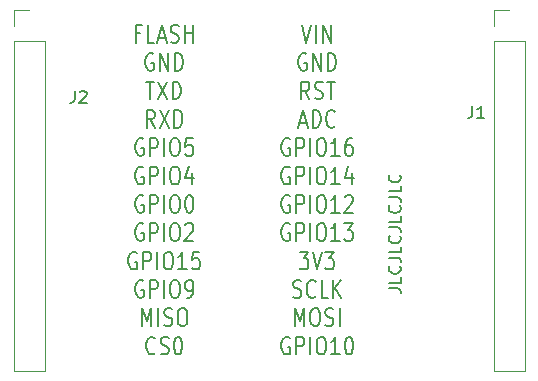
<source format=gto>
%TF.GenerationSoftware,KiCad,Pcbnew,5.1.8*%
%TF.CreationDate,2020-12-08T00:01:30+01:00*%
%TF.ProjectId,ESP8266_base_vreg,45535038-3236-4365-9f62-6173655f7672,rev?*%
%TF.SameCoordinates,Original*%
%TF.FileFunction,Legend,Top*%
%TF.FilePolarity,Positive*%
%FSLAX46Y46*%
G04 Gerber Fmt 4.6, Leading zero omitted, Abs format (unit mm)*
G04 Created by KiCad (PCBNEW 5.1.8) date 2020-12-08 00:01:30*
%MOMM*%
%LPD*%
G01*
G04 APERTURE LIST*
%ADD10C,0.150000*%
%ADD11C,0.120000*%
G04 APERTURE END LIST*
D10*
X148052380Y-90819047D02*
X148766666Y-90819047D01*
X148909523Y-90866666D01*
X149004761Y-90961904D01*
X149052380Y-91104761D01*
X149052380Y-91200000D01*
X149052380Y-89866666D02*
X149052380Y-90342857D01*
X148052380Y-90342857D01*
X148957142Y-88961904D02*
X149004761Y-89009523D01*
X149052380Y-89152380D01*
X149052380Y-89247619D01*
X149004761Y-89390476D01*
X148909523Y-89485714D01*
X148814285Y-89533333D01*
X148623809Y-89580952D01*
X148480952Y-89580952D01*
X148290476Y-89533333D01*
X148195238Y-89485714D01*
X148100000Y-89390476D01*
X148052380Y-89247619D01*
X148052380Y-89152380D01*
X148100000Y-89009523D01*
X148147619Y-88961904D01*
X148052380Y-88247619D02*
X148766666Y-88247619D01*
X148909523Y-88295238D01*
X149004761Y-88390476D01*
X149052380Y-88533333D01*
X149052380Y-88628571D01*
X149052380Y-87295238D02*
X149052380Y-87771428D01*
X148052380Y-87771428D01*
X148957142Y-86390476D02*
X149004761Y-86438095D01*
X149052380Y-86580952D01*
X149052380Y-86676190D01*
X149004761Y-86819047D01*
X148909523Y-86914285D01*
X148814285Y-86961904D01*
X148623809Y-87009523D01*
X148480952Y-87009523D01*
X148290476Y-86961904D01*
X148195238Y-86914285D01*
X148100000Y-86819047D01*
X148052380Y-86676190D01*
X148052380Y-86580952D01*
X148100000Y-86438095D01*
X148147619Y-86390476D01*
X148052380Y-85676190D02*
X148766666Y-85676190D01*
X148909523Y-85723809D01*
X149004761Y-85819047D01*
X149052380Y-85961904D01*
X149052380Y-86057142D01*
X149052380Y-84723809D02*
X149052380Y-85200000D01*
X148052380Y-85200000D01*
X148957142Y-83819047D02*
X149004761Y-83866666D01*
X149052380Y-84009523D01*
X149052380Y-84104761D01*
X149004761Y-84247619D01*
X148909523Y-84342857D01*
X148814285Y-84390476D01*
X148623809Y-84438095D01*
X148480952Y-84438095D01*
X148290476Y-84390476D01*
X148195238Y-84342857D01*
X148100000Y-84247619D01*
X148052380Y-84104761D01*
X148052380Y-84009523D01*
X148100000Y-83866666D01*
X148147619Y-83819047D01*
X148052380Y-83104761D02*
X148766666Y-83104761D01*
X148909523Y-83152380D01*
X149004761Y-83247619D01*
X149052380Y-83390476D01*
X149052380Y-83485714D01*
X149052380Y-82152380D02*
X149052380Y-82628571D01*
X148052380Y-82628571D01*
X148957142Y-81247619D02*
X149004761Y-81295238D01*
X149052380Y-81438095D01*
X149052380Y-81533333D01*
X149004761Y-81676190D01*
X148909523Y-81771428D01*
X148814285Y-81819047D01*
X148623809Y-81866666D01*
X148480952Y-81866666D01*
X148290476Y-81819047D01*
X148195238Y-81771428D01*
X148100000Y-81676190D01*
X148052380Y-81533333D01*
X148052380Y-81438095D01*
X148100000Y-81295238D01*
X148147619Y-81247619D01*
X140671714Y-68528571D02*
X141071714Y-70028571D01*
X141471714Y-68528571D01*
X141871714Y-70028571D02*
X141871714Y-68528571D01*
X142443142Y-70028571D02*
X142443142Y-68528571D01*
X143128857Y-70028571D01*
X143128857Y-68528571D01*
X141071714Y-71000000D02*
X140957428Y-70928571D01*
X140786000Y-70928571D01*
X140614571Y-71000000D01*
X140500285Y-71142857D01*
X140443142Y-71285714D01*
X140386000Y-71571428D01*
X140386000Y-71785714D01*
X140443142Y-72071428D01*
X140500285Y-72214285D01*
X140614571Y-72357142D01*
X140786000Y-72428571D01*
X140900285Y-72428571D01*
X141071714Y-72357142D01*
X141128857Y-72285714D01*
X141128857Y-71785714D01*
X140900285Y-71785714D01*
X141643142Y-72428571D02*
X141643142Y-70928571D01*
X142328857Y-72428571D01*
X142328857Y-70928571D01*
X142900285Y-72428571D02*
X142900285Y-70928571D01*
X143186000Y-70928571D01*
X143357428Y-71000000D01*
X143471714Y-71142857D01*
X143528857Y-71285714D01*
X143586000Y-71571428D01*
X143586000Y-71785714D01*
X143528857Y-72071428D01*
X143471714Y-72214285D01*
X143357428Y-72357142D01*
X143186000Y-72428571D01*
X142900285Y-72428571D01*
X141328857Y-74828571D02*
X140928857Y-74114285D01*
X140643142Y-74828571D02*
X140643142Y-73328571D01*
X141100285Y-73328571D01*
X141214571Y-73400000D01*
X141271714Y-73471428D01*
X141328857Y-73614285D01*
X141328857Y-73828571D01*
X141271714Y-73971428D01*
X141214571Y-74042857D01*
X141100285Y-74114285D01*
X140643142Y-74114285D01*
X141786000Y-74757142D02*
X141957428Y-74828571D01*
X142243142Y-74828571D01*
X142357428Y-74757142D01*
X142414571Y-74685714D01*
X142471714Y-74542857D01*
X142471714Y-74400000D01*
X142414571Y-74257142D01*
X142357428Y-74185714D01*
X142243142Y-74114285D01*
X142014571Y-74042857D01*
X141900285Y-73971428D01*
X141843142Y-73900000D01*
X141786000Y-73757142D01*
X141786000Y-73614285D01*
X141843142Y-73471428D01*
X141900285Y-73400000D01*
X142014571Y-73328571D01*
X142300285Y-73328571D01*
X142471714Y-73400000D01*
X142814571Y-73328571D02*
X143500285Y-73328571D01*
X143157428Y-74828571D02*
X143157428Y-73328571D01*
X140500285Y-76800000D02*
X141071714Y-76800000D01*
X140386000Y-77228571D02*
X140786000Y-75728571D01*
X141186000Y-77228571D01*
X141586000Y-77228571D02*
X141586000Y-75728571D01*
X141871714Y-75728571D01*
X142043142Y-75800000D01*
X142157428Y-75942857D01*
X142214571Y-76085714D01*
X142271714Y-76371428D01*
X142271714Y-76585714D01*
X142214571Y-76871428D01*
X142157428Y-77014285D01*
X142043142Y-77157142D01*
X141871714Y-77228571D01*
X141586000Y-77228571D01*
X143471714Y-77085714D02*
X143414571Y-77157142D01*
X143243142Y-77228571D01*
X143128857Y-77228571D01*
X142957428Y-77157142D01*
X142843142Y-77014285D01*
X142786000Y-76871428D01*
X142728857Y-76585714D01*
X142728857Y-76371428D01*
X142786000Y-76085714D01*
X142843142Y-75942857D01*
X142957428Y-75800000D01*
X143128857Y-75728571D01*
X143243142Y-75728571D01*
X143414571Y-75800000D01*
X143471714Y-75871428D01*
X139643142Y-78200000D02*
X139528857Y-78128571D01*
X139357428Y-78128571D01*
X139186000Y-78200000D01*
X139071714Y-78342857D01*
X139014571Y-78485714D01*
X138957428Y-78771428D01*
X138957428Y-78985714D01*
X139014571Y-79271428D01*
X139071714Y-79414285D01*
X139186000Y-79557142D01*
X139357428Y-79628571D01*
X139471714Y-79628571D01*
X139643142Y-79557142D01*
X139700285Y-79485714D01*
X139700285Y-78985714D01*
X139471714Y-78985714D01*
X140214571Y-79628571D02*
X140214571Y-78128571D01*
X140671714Y-78128571D01*
X140786000Y-78200000D01*
X140843142Y-78271428D01*
X140900285Y-78414285D01*
X140900285Y-78628571D01*
X140843142Y-78771428D01*
X140786000Y-78842857D01*
X140671714Y-78914285D01*
X140214571Y-78914285D01*
X141414571Y-79628571D02*
X141414571Y-78128571D01*
X142214571Y-78128571D02*
X142443142Y-78128571D01*
X142557428Y-78200000D01*
X142671714Y-78342857D01*
X142728857Y-78628571D01*
X142728857Y-79128571D01*
X142671714Y-79414285D01*
X142557428Y-79557142D01*
X142443142Y-79628571D01*
X142214571Y-79628571D01*
X142100285Y-79557142D01*
X141986000Y-79414285D01*
X141928857Y-79128571D01*
X141928857Y-78628571D01*
X141986000Y-78342857D01*
X142100285Y-78200000D01*
X142214571Y-78128571D01*
X143871714Y-79628571D02*
X143186000Y-79628571D01*
X143528857Y-79628571D02*
X143528857Y-78128571D01*
X143414571Y-78342857D01*
X143300285Y-78485714D01*
X143186000Y-78557142D01*
X144900285Y-78128571D02*
X144671714Y-78128571D01*
X144557428Y-78200000D01*
X144500285Y-78271428D01*
X144386000Y-78485714D01*
X144328857Y-78771428D01*
X144328857Y-79342857D01*
X144386000Y-79485714D01*
X144443142Y-79557142D01*
X144557428Y-79628571D01*
X144786000Y-79628571D01*
X144900285Y-79557142D01*
X144957428Y-79485714D01*
X145014571Y-79342857D01*
X145014571Y-78985714D01*
X144957428Y-78842857D01*
X144900285Y-78771428D01*
X144786000Y-78700000D01*
X144557428Y-78700000D01*
X144443142Y-78771428D01*
X144386000Y-78842857D01*
X144328857Y-78985714D01*
X139643142Y-80600000D02*
X139528857Y-80528571D01*
X139357428Y-80528571D01*
X139186000Y-80600000D01*
X139071714Y-80742857D01*
X139014571Y-80885714D01*
X138957428Y-81171428D01*
X138957428Y-81385714D01*
X139014571Y-81671428D01*
X139071714Y-81814285D01*
X139186000Y-81957142D01*
X139357428Y-82028571D01*
X139471714Y-82028571D01*
X139643142Y-81957142D01*
X139700285Y-81885714D01*
X139700285Y-81385714D01*
X139471714Y-81385714D01*
X140214571Y-82028571D02*
X140214571Y-80528571D01*
X140671714Y-80528571D01*
X140786000Y-80600000D01*
X140843142Y-80671428D01*
X140900285Y-80814285D01*
X140900285Y-81028571D01*
X140843142Y-81171428D01*
X140786000Y-81242857D01*
X140671714Y-81314285D01*
X140214571Y-81314285D01*
X141414571Y-82028571D02*
X141414571Y-80528571D01*
X142214571Y-80528571D02*
X142443142Y-80528571D01*
X142557428Y-80600000D01*
X142671714Y-80742857D01*
X142728857Y-81028571D01*
X142728857Y-81528571D01*
X142671714Y-81814285D01*
X142557428Y-81957142D01*
X142443142Y-82028571D01*
X142214571Y-82028571D01*
X142100285Y-81957142D01*
X141986000Y-81814285D01*
X141928857Y-81528571D01*
X141928857Y-81028571D01*
X141986000Y-80742857D01*
X142100285Y-80600000D01*
X142214571Y-80528571D01*
X143871714Y-82028571D02*
X143186000Y-82028571D01*
X143528857Y-82028571D02*
X143528857Y-80528571D01*
X143414571Y-80742857D01*
X143300285Y-80885714D01*
X143186000Y-80957142D01*
X144900285Y-81028571D02*
X144900285Y-82028571D01*
X144614571Y-80457142D02*
X144328857Y-81528571D01*
X145071714Y-81528571D01*
X139643142Y-83000000D02*
X139528857Y-82928571D01*
X139357428Y-82928571D01*
X139186000Y-83000000D01*
X139071714Y-83142857D01*
X139014571Y-83285714D01*
X138957428Y-83571428D01*
X138957428Y-83785714D01*
X139014571Y-84071428D01*
X139071714Y-84214285D01*
X139186000Y-84357142D01*
X139357428Y-84428571D01*
X139471714Y-84428571D01*
X139643142Y-84357142D01*
X139700285Y-84285714D01*
X139700285Y-83785714D01*
X139471714Y-83785714D01*
X140214571Y-84428571D02*
X140214571Y-82928571D01*
X140671714Y-82928571D01*
X140786000Y-83000000D01*
X140843142Y-83071428D01*
X140900285Y-83214285D01*
X140900285Y-83428571D01*
X140843142Y-83571428D01*
X140786000Y-83642857D01*
X140671714Y-83714285D01*
X140214571Y-83714285D01*
X141414571Y-84428571D02*
X141414571Y-82928571D01*
X142214571Y-82928571D02*
X142443142Y-82928571D01*
X142557428Y-83000000D01*
X142671714Y-83142857D01*
X142728857Y-83428571D01*
X142728857Y-83928571D01*
X142671714Y-84214285D01*
X142557428Y-84357142D01*
X142443142Y-84428571D01*
X142214571Y-84428571D01*
X142100285Y-84357142D01*
X141986000Y-84214285D01*
X141928857Y-83928571D01*
X141928857Y-83428571D01*
X141986000Y-83142857D01*
X142100285Y-83000000D01*
X142214571Y-82928571D01*
X143871714Y-84428571D02*
X143186000Y-84428571D01*
X143528857Y-84428571D02*
X143528857Y-82928571D01*
X143414571Y-83142857D01*
X143300285Y-83285714D01*
X143186000Y-83357142D01*
X144328857Y-83071428D02*
X144386000Y-83000000D01*
X144500285Y-82928571D01*
X144786000Y-82928571D01*
X144900285Y-83000000D01*
X144957428Y-83071428D01*
X145014571Y-83214285D01*
X145014571Y-83357142D01*
X144957428Y-83571428D01*
X144271714Y-84428571D01*
X145014571Y-84428571D01*
X139643142Y-85400000D02*
X139528857Y-85328571D01*
X139357428Y-85328571D01*
X139186000Y-85400000D01*
X139071714Y-85542857D01*
X139014571Y-85685714D01*
X138957428Y-85971428D01*
X138957428Y-86185714D01*
X139014571Y-86471428D01*
X139071714Y-86614285D01*
X139186000Y-86757142D01*
X139357428Y-86828571D01*
X139471714Y-86828571D01*
X139643142Y-86757142D01*
X139700285Y-86685714D01*
X139700285Y-86185714D01*
X139471714Y-86185714D01*
X140214571Y-86828571D02*
X140214571Y-85328571D01*
X140671714Y-85328571D01*
X140786000Y-85400000D01*
X140843142Y-85471428D01*
X140900285Y-85614285D01*
X140900285Y-85828571D01*
X140843142Y-85971428D01*
X140786000Y-86042857D01*
X140671714Y-86114285D01*
X140214571Y-86114285D01*
X141414571Y-86828571D02*
X141414571Y-85328571D01*
X142214571Y-85328571D02*
X142443142Y-85328571D01*
X142557428Y-85400000D01*
X142671714Y-85542857D01*
X142728857Y-85828571D01*
X142728857Y-86328571D01*
X142671714Y-86614285D01*
X142557428Y-86757142D01*
X142443142Y-86828571D01*
X142214571Y-86828571D01*
X142100285Y-86757142D01*
X141986000Y-86614285D01*
X141928857Y-86328571D01*
X141928857Y-85828571D01*
X141986000Y-85542857D01*
X142100285Y-85400000D01*
X142214571Y-85328571D01*
X143871714Y-86828571D02*
X143186000Y-86828571D01*
X143528857Y-86828571D02*
X143528857Y-85328571D01*
X143414571Y-85542857D01*
X143300285Y-85685714D01*
X143186000Y-85757142D01*
X144271714Y-85328571D02*
X145014571Y-85328571D01*
X144614571Y-85900000D01*
X144786000Y-85900000D01*
X144900285Y-85971428D01*
X144957428Y-86042857D01*
X145014571Y-86185714D01*
X145014571Y-86542857D01*
X144957428Y-86685714D01*
X144900285Y-86757142D01*
X144786000Y-86828571D01*
X144443142Y-86828571D01*
X144328857Y-86757142D01*
X144271714Y-86685714D01*
X140500285Y-87728571D02*
X141243142Y-87728571D01*
X140843142Y-88300000D01*
X141014571Y-88300000D01*
X141128857Y-88371428D01*
X141186000Y-88442857D01*
X141243142Y-88585714D01*
X141243142Y-88942857D01*
X141186000Y-89085714D01*
X141128857Y-89157142D01*
X141014571Y-89228571D01*
X140671714Y-89228571D01*
X140557428Y-89157142D01*
X140500285Y-89085714D01*
X141586000Y-87728571D02*
X141986000Y-89228571D01*
X142386000Y-87728571D01*
X142671714Y-87728571D02*
X143414571Y-87728571D01*
X143014571Y-88300000D01*
X143186000Y-88300000D01*
X143300285Y-88371428D01*
X143357428Y-88442857D01*
X143414571Y-88585714D01*
X143414571Y-88942857D01*
X143357428Y-89085714D01*
X143300285Y-89157142D01*
X143186000Y-89228571D01*
X142843142Y-89228571D01*
X142728857Y-89157142D01*
X142671714Y-89085714D01*
X139957428Y-91557142D02*
X140128857Y-91628571D01*
X140414571Y-91628571D01*
X140528857Y-91557142D01*
X140586000Y-91485714D01*
X140643142Y-91342857D01*
X140643142Y-91200000D01*
X140586000Y-91057142D01*
X140528857Y-90985714D01*
X140414571Y-90914285D01*
X140186000Y-90842857D01*
X140071714Y-90771428D01*
X140014571Y-90700000D01*
X139957428Y-90557142D01*
X139957428Y-90414285D01*
X140014571Y-90271428D01*
X140071714Y-90200000D01*
X140186000Y-90128571D01*
X140471714Y-90128571D01*
X140643142Y-90200000D01*
X141843142Y-91485714D02*
X141786000Y-91557142D01*
X141614571Y-91628571D01*
X141500285Y-91628571D01*
X141328857Y-91557142D01*
X141214571Y-91414285D01*
X141157428Y-91271428D01*
X141100285Y-90985714D01*
X141100285Y-90771428D01*
X141157428Y-90485714D01*
X141214571Y-90342857D01*
X141328857Y-90200000D01*
X141500285Y-90128571D01*
X141614571Y-90128571D01*
X141786000Y-90200000D01*
X141843142Y-90271428D01*
X142928857Y-91628571D02*
X142357428Y-91628571D01*
X142357428Y-90128571D01*
X143328857Y-91628571D02*
X143328857Y-90128571D01*
X144014571Y-91628571D02*
X143500285Y-90771428D01*
X144014571Y-90128571D02*
X143328857Y-90985714D01*
X140100285Y-94028571D02*
X140100285Y-92528571D01*
X140500285Y-93600000D01*
X140900285Y-92528571D01*
X140900285Y-94028571D01*
X141700285Y-92528571D02*
X141928857Y-92528571D01*
X142043142Y-92600000D01*
X142157428Y-92742857D01*
X142214571Y-93028571D01*
X142214571Y-93528571D01*
X142157428Y-93814285D01*
X142043142Y-93957142D01*
X141928857Y-94028571D01*
X141700285Y-94028571D01*
X141586000Y-93957142D01*
X141471714Y-93814285D01*
X141414571Y-93528571D01*
X141414571Y-93028571D01*
X141471714Y-92742857D01*
X141586000Y-92600000D01*
X141700285Y-92528571D01*
X142671714Y-93957142D02*
X142843142Y-94028571D01*
X143128857Y-94028571D01*
X143243142Y-93957142D01*
X143300285Y-93885714D01*
X143357428Y-93742857D01*
X143357428Y-93600000D01*
X143300285Y-93457142D01*
X143243142Y-93385714D01*
X143128857Y-93314285D01*
X142900285Y-93242857D01*
X142786000Y-93171428D01*
X142728857Y-93100000D01*
X142671714Y-92957142D01*
X142671714Y-92814285D01*
X142728857Y-92671428D01*
X142786000Y-92600000D01*
X142900285Y-92528571D01*
X143186000Y-92528571D01*
X143357428Y-92600000D01*
X143871714Y-94028571D02*
X143871714Y-92528571D01*
X139643142Y-95000000D02*
X139528857Y-94928571D01*
X139357428Y-94928571D01*
X139186000Y-95000000D01*
X139071714Y-95142857D01*
X139014571Y-95285714D01*
X138957428Y-95571428D01*
X138957428Y-95785714D01*
X139014571Y-96071428D01*
X139071714Y-96214285D01*
X139186000Y-96357142D01*
X139357428Y-96428571D01*
X139471714Y-96428571D01*
X139643142Y-96357142D01*
X139700285Y-96285714D01*
X139700285Y-95785714D01*
X139471714Y-95785714D01*
X140214571Y-96428571D02*
X140214571Y-94928571D01*
X140671714Y-94928571D01*
X140786000Y-95000000D01*
X140843142Y-95071428D01*
X140900285Y-95214285D01*
X140900285Y-95428571D01*
X140843142Y-95571428D01*
X140786000Y-95642857D01*
X140671714Y-95714285D01*
X140214571Y-95714285D01*
X141414571Y-96428571D02*
X141414571Y-94928571D01*
X142214571Y-94928571D02*
X142443142Y-94928571D01*
X142557428Y-95000000D01*
X142671714Y-95142857D01*
X142728857Y-95428571D01*
X142728857Y-95928571D01*
X142671714Y-96214285D01*
X142557428Y-96357142D01*
X142443142Y-96428571D01*
X142214571Y-96428571D01*
X142100285Y-96357142D01*
X141986000Y-96214285D01*
X141928857Y-95928571D01*
X141928857Y-95428571D01*
X141986000Y-95142857D01*
X142100285Y-95000000D01*
X142214571Y-94928571D01*
X143871714Y-96428571D02*
X143186000Y-96428571D01*
X143528857Y-96428571D02*
X143528857Y-94928571D01*
X143414571Y-95142857D01*
X143300285Y-95285714D01*
X143186000Y-95357142D01*
X144614571Y-94928571D02*
X144728857Y-94928571D01*
X144843142Y-95000000D01*
X144900285Y-95071428D01*
X144957428Y-95214285D01*
X145014571Y-95500000D01*
X145014571Y-95857142D01*
X144957428Y-96142857D01*
X144900285Y-96285714D01*
X144843142Y-96357142D01*
X144728857Y-96428571D01*
X144614571Y-96428571D01*
X144500285Y-96357142D01*
X144443142Y-96285714D01*
X144386000Y-96142857D01*
X144328857Y-95857142D01*
X144328857Y-95500000D01*
X144386000Y-95214285D01*
X144443142Y-95071428D01*
X144500285Y-95000000D01*
X144614571Y-94928571D01*
X127003428Y-69242857D02*
X126603428Y-69242857D01*
X126603428Y-70028571D02*
X126603428Y-68528571D01*
X127174857Y-68528571D01*
X128203428Y-70028571D02*
X127632000Y-70028571D01*
X127632000Y-68528571D01*
X128546285Y-69600000D02*
X129117714Y-69600000D01*
X128432000Y-70028571D02*
X128832000Y-68528571D01*
X129232000Y-70028571D01*
X129574857Y-69957142D02*
X129746285Y-70028571D01*
X130032000Y-70028571D01*
X130146285Y-69957142D01*
X130203428Y-69885714D01*
X130260571Y-69742857D01*
X130260571Y-69600000D01*
X130203428Y-69457142D01*
X130146285Y-69385714D01*
X130032000Y-69314285D01*
X129803428Y-69242857D01*
X129689142Y-69171428D01*
X129632000Y-69100000D01*
X129574857Y-68957142D01*
X129574857Y-68814285D01*
X129632000Y-68671428D01*
X129689142Y-68600000D01*
X129803428Y-68528571D01*
X130089142Y-68528571D01*
X130260571Y-68600000D01*
X130774857Y-70028571D02*
X130774857Y-68528571D01*
X130774857Y-69242857D02*
X131460571Y-69242857D01*
X131460571Y-70028571D02*
X131460571Y-68528571D01*
X128117714Y-71000000D02*
X128003428Y-70928571D01*
X127832000Y-70928571D01*
X127660571Y-71000000D01*
X127546285Y-71142857D01*
X127489142Y-71285714D01*
X127432000Y-71571428D01*
X127432000Y-71785714D01*
X127489142Y-72071428D01*
X127546285Y-72214285D01*
X127660571Y-72357142D01*
X127832000Y-72428571D01*
X127946285Y-72428571D01*
X128117714Y-72357142D01*
X128174857Y-72285714D01*
X128174857Y-71785714D01*
X127946285Y-71785714D01*
X128689142Y-72428571D02*
X128689142Y-70928571D01*
X129374857Y-72428571D01*
X129374857Y-70928571D01*
X129946285Y-72428571D02*
X129946285Y-70928571D01*
X130232000Y-70928571D01*
X130403428Y-71000000D01*
X130517714Y-71142857D01*
X130574857Y-71285714D01*
X130632000Y-71571428D01*
X130632000Y-71785714D01*
X130574857Y-72071428D01*
X130517714Y-72214285D01*
X130403428Y-72357142D01*
X130232000Y-72428571D01*
X129946285Y-72428571D01*
X127517714Y-73328571D02*
X128203428Y-73328571D01*
X127860571Y-74828571D02*
X127860571Y-73328571D01*
X128489142Y-73328571D02*
X129289142Y-74828571D01*
X129289142Y-73328571D02*
X128489142Y-74828571D01*
X129746285Y-74828571D02*
X129746285Y-73328571D01*
X130032000Y-73328571D01*
X130203428Y-73400000D01*
X130317714Y-73542857D01*
X130374857Y-73685714D01*
X130432000Y-73971428D01*
X130432000Y-74185714D01*
X130374857Y-74471428D01*
X130317714Y-74614285D01*
X130203428Y-74757142D01*
X130032000Y-74828571D01*
X129746285Y-74828571D01*
X128232000Y-77228571D02*
X127832000Y-76514285D01*
X127546285Y-77228571D02*
X127546285Y-75728571D01*
X128003428Y-75728571D01*
X128117714Y-75800000D01*
X128174857Y-75871428D01*
X128232000Y-76014285D01*
X128232000Y-76228571D01*
X128174857Y-76371428D01*
X128117714Y-76442857D01*
X128003428Y-76514285D01*
X127546285Y-76514285D01*
X128632000Y-75728571D02*
X129432000Y-77228571D01*
X129432000Y-75728571D02*
X128632000Y-77228571D01*
X129889142Y-77228571D02*
X129889142Y-75728571D01*
X130174857Y-75728571D01*
X130346285Y-75800000D01*
X130460571Y-75942857D01*
X130517714Y-76085714D01*
X130574857Y-76371428D01*
X130574857Y-76585714D01*
X130517714Y-76871428D01*
X130460571Y-77014285D01*
X130346285Y-77157142D01*
X130174857Y-77228571D01*
X129889142Y-77228571D01*
X127260571Y-78200000D02*
X127146285Y-78128571D01*
X126974857Y-78128571D01*
X126803428Y-78200000D01*
X126689142Y-78342857D01*
X126632000Y-78485714D01*
X126574857Y-78771428D01*
X126574857Y-78985714D01*
X126632000Y-79271428D01*
X126689142Y-79414285D01*
X126803428Y-79557142D01*
X126974857Y-79628571D01*
X127089142Y-79628571D01*
X127260571Y-79557142D01*
X127317714Y-79485714D01*
X127317714Y-78985714D01*
X127089142Y-78985714D01*
X127832000Y-79628571D02*
X127832000Y-78128571D01*
X128289142Y-78128571D01*
X128403428Y-78200000D01*
X128460571Y-78271428D01*
X128517714Y-78414285D01*
X128517714Y-78628571D01*
X128460571Y-78771428D01*
X128403428Y-78842857D01*
X128289142Y-78914285D01*
X127832000Y-78914285D01*
X129032000Y-79628571D02*
X129032000Y-78128571D01*
X129832000Y-78128571D02*
X130060571Y-78128571D01*
X130174857Y-78200000D01*
X130289142Y-78342857D01*
X130346285Y-78628571D01*
X130346285Y-79128571D01*
X130289142Y-79414285D01*
X130174857Y-79557142D01*
X130060571Y-79628571D01*
X129832000Y-79628571D01*
X129717714Y-79557142D01*
X129603428Y-79414285D01*
X129546285Y-79128571D01*
X129546285Y-78628571D01*
X129603428Y-78342857D01*
X129717714Y-78200000D01*
X129832000Y-78128571D01*
X131432000Y-78128571D02*
X130860571Y-78128571D01*
X130803428Y-78842857D01*
X130860571Y-78771428D01*
X130974857Y-78700000D01*
X131260571Y-78700000D01*
X131374857Y-78771428D01*
X131432000Y-78842857D01*
X131489142Y-78985714D01*
X131489142Y-79342857D01*
X131432000Y-79485714D01*
X131374857Y-79557142D01*
X131260571Y-79628571D01*
X130974857Y-79628571D01*
X130860571Y-79557142D01*
X130803428Y-79485714D01*
X127260571Y-80600000D02*
X127146285Y-80528571D01*
X126974857Y-80528571D01*
X126803428Y-80600000D01*
X126689142Y-80742857D01*
X126632000Y-80885714D01*
X126574857Y-81171428D01*
X126574857Y-81385714D01*
X126632000Y-81671428D01*
X126689142Y-81814285D01*
X126803428Y-81957142D01*
X126974857Y-82028571D01*
X127089142Y-82028571D01*
X127260571Y-81957142D01*
X127317714Y-81885714D01*
X127317714Y-81385714D01*
X127089142Y-81385714D01*
X127832000Y-82028571D02*
X127832000Y-80528571D01*
X128289142Y-80528571D01*
X128403428Y-80600000D01*
X128460571Y-80671428D01*
X128517714Y-80814285D01*
X128517714Y-81028571D01*
X128460571Y-81171428D01*
X128403428Y-81242857D01*
X128289142Y-81314285D01*
X127832000Y-81314285D01*
X129032000Y-82028571D02*
X129032000Y-80528571D01*
X129832000Y-80528571D02*
X130060571Y-80528571D01*
X130174857Y-80600000D01*
X130289142Y-80742857D01*
X130346285Y-81028571D01*
X130346285Y-81528571D01*
X130289142Y-81814285D01*
X130174857Y-81957142D01*
X130060571Y-82028571D01*
X129832000Y-82028571D01*
X129717714Y-81957142D01*
X129603428Y-81814285D01*
X129546285Y-81528571D01*
X129546285Y-81028571D01*
X129603428Y-80742857D01*
X129717714Y-80600000D01*
X129832000Y-80528571D01*
X131374857Y-81028571D02*
X131374857Y-82028571D01*
X131089142Y-80457142D02*
X130803428Y-81528571D01*
X131546285Y-81528571D01*
X127260571Y-83000000D02*
X127146285Y-82928571D01*
X126974857Y-82928571D01*
X126803428Y-83000000D01*
X126689142Y-83142857D01*
X126632000Y-83285714D01*
X126574857Y-83571428D01*
X126574857Y-83785714D01*
X126632000Y-84071428D01*
X126689142Y-84214285D01*
X126803428Y-84357142D01*
X126974857Y-84428571D01*
X127089142Y-84428571D01*
X127260571Y-84357142D01*
X127317714Y-84285714D01*
X127317714Y-83785714D01*
X127089142Y-83785714D01*
X127832000Y-84428571D02*
X127832000Y-82928571D01*
X128289142Y-82928571D01*
X128403428Y-83000000D01*
X128460571Y-83071428D01*
X128517714Y-83214285D01*
X128517714Y-83428571D01*
X128460571Y-83571428D01*
X128403428Y-83642857D01*
X128289142Y-83714285D01*
X127832000Y-83714285D01*
X129032000Y-84428571D02*
X129032000Y-82928571D01*
X129832000Y-82928571D02*
X130060571Y-82928571D01*
X130174857Y-83000000D01*
X130289142Y-83142857D01*
X130346285Y-83428571D01*
X130346285Y-83928571D01*
X130289142Y-84214285D01*
X130174857Y-84357142D01*
X130060571Y-84428571D01*
X129832000Y-84428571D01*
X129717714Y-84357142D01*
X129603428Y-84214285D01*
X129546285Y-83928571D01*
X129546285Y-83428571D01*
X129603428Y-83142857D01*
X129717714Y-83000000D01*
X129832000Y-82928571D01*
X131089142Y-82928571D02*
X131203428Y-82928571D01*
X131317714Y-83000000D01*
X131374857Y-83071428D01*
X131432000Y-83214285D01*
X131489142Y-83500000D01*
X131489142Y-83857142D01*
X131432000Y-84142857D01*
X131374857Y-84285714D01*
X131317714Y-84357142D01*
X131203428Y-84428571D01*
X131089142Y-84428571D01*
X130974857Y-84357142D01*
X130917714Y-84285714D01*
X130860571Y-84142857D01*
X130803428Y-83857142D01*
X130803428Y-83500000D01*
X130860571Y-83214285D01*
X130917714Y-83071428D01*
X130974857Y-83000000D01*
X131089142Y-82928571D01*
X127260571Y-85400000D02*
X127146285Y-85328571D01*
X126974857Y-85328571D01*
X126803428Y-85400000D01*
X126689142Y-85542857D01*
X126632000Y-85685714D01*
X126574857Y-85971428D01*
X126574857Y-86185714D01*
X126632000Y-86471428D01*
X126689142Y-86614285D01*
X126803428Y-86757142D01*
X126974857Y-86828571D01*
X127089142Y-86828571D01*
X127260571Y-86757142D01*
X127317714Y-86685714D01*
X127317714Y-86185714D01*
X127089142Y-86185714D01*
X127832000Y-86828571D02*
X127832000Y-85328571D01*
X128289142Y-85328571D01*
X128403428Y-85400000D01*
X128460571Y-85471428D01*
X128517714Y-85614285D01*
X128517714Y-85828571D01*
X128460571Y-85971428D01*
X128403428Y-86042857D01*
X128289142Y-86114285D01*
X127832000Y-86114285D01*
X129032000Y-86828571D02*
X129032000Y-85328571D01*
X129832000Y-85328571D02*
X130060571Y-85328571D01*
X130174857Y-85400000D01*
X130289142Y-85542857D01*
X130346285Y-85828571D01*
X130346285Y-86328571D01*
X130289142Y-86614285D01*
X130174857Y-86757142D01*
X130060571Y-86828571D01*
X129832000Y-86828571D01*
X129717714Y-86757142D01*
X129603428Y-86614285D01*
X129546285Y-86328571D01*
X129546285Y-85828571D01*
X129603428Y-85542857D01*
X129717714Y-85400000D01*
X129832000Y-85328571D01*
X130803428Y-85471428D02*
X130860571Y-85400000D01*
X130974857Y-85328571D01*
X131260571Y-85328571D01*
X131374857Y-85400000D01*
X131432000Y-85471428D01*
X131489142Y-85614285D01*
X131489142Y-85757142D01*
X131432000Y-85971428D01*
X130746285Y-86828571D01*
X131489142Y-86828571D01*
X126689142Y-87800000D02*
X126574857Y-87728571D01*
X126403428Y-87728571D01*
X126232000Y-87800000D01*
X126117714Y-87942857D01*
X126060571Y-88085714D01*
X126003428Y-88371428D01*
X126003428Y-88585714D01*
X126060571Y-88871428D01*
X126117714Y-89014285D01*
X126232000Y-89157142D01*
X126403428Y-89228571D01*
X126517714Y-89228571D01*
X126689142Y-89157142D01*
X126746285Y-89085714D01*
X126746285Y-88585714D01*
X126517714Y-88585714D01*
X127260571Y-89228571D02*
X127260571Y-87728571D01*
X127717714Y-87728571D01*
X127832000Y-87800000D01*
X127889142Y-87871428D01*
X127946285Y-88014285D01*
X127946285Y-88228571D01*
X127889142Y-88371428D01*
X127832000Y-88442857D01*
X127717714Y-88514285D01*
X127260571Y-88514285D01*
X128460571Y-89228571D02*
X128460571Y-87728571D01*
X129260571Y-87728571D02*
X129489142Y-87728571D01*
X129603428Y-87800000D01*
X129717714Y-87942857D01*
X129774857Y-88228571D01*
X129774857Y-88728571D01*
X129717714Y-89014285D01*
X129603428Y-89157142D01*
X129489142Y-89228571D01*
X129260571Y-89228571D01*
X129146285Y-89157142D01*
X129032000Y-89014285D01*
X128974857Y-88728571D01*
X128974857Y-88228571D01*
X129032000Y-87942857D01*
X129146285Y-87800000D01*
X129260571Y-87728571D01*
X130917714Y-89228571D02*
X130232000Y-89228571D01*
X130574857Y-89228571D02*
X130574857Y-87728571D01*
X130460571Y-87942857D01*
X130346285Y-88085714D01*
X130232000Y-88157142D01*
X132003428Y-87728571D02*
X131432000Y-87728571D01*
X131374857Y-88442857D01*
X131432000Y-88371428D01*
X131546285Y-88300000D01*
X131832000Y-88300000D01*
X131946285Y-88371428D01*
X132003428Y-88442857D01*
X132060571Y-88585714D01*
X132060571Y-88942857D01*
X132003428Y-89085714D01*
X131946285Y-89157142D01*
X131832000Y-89228571D01*
X131546285Y-89228571D01*
X131432000Y-89157142D01*
X131374857Y-89085714D01*
X127260571Y-90200000D02*
X127146285Y-90128571D01*
X126974857Y-90128571D01*
X126803428Y-90200000D01*
X126689142Y-90342857D01*
X126632000Y-90485714D01*
X126574857Y-90771428D01*
X126574857Y-90985714D01*
X126632000Y-91271428D01*
X126689142Y-91414285D01*
X126803428Y-91557142D01*
X126974857Y-91628571D01*
X127089142Y-91628571D01*
X127260571Y-91557142D01*
X127317714Y-91485714D01*
X127317714Y-90985714D01*
X127089142Y-90985714D01*
X127832000Y-91628571D02*
X127832000Y-90128571D01*
X128289142Y-90128571D01*
X128403428Y-90200000D01*
X128460571Y-90271428D01*
X128517714Y-90414285D01*
X128517714Y-90628571D01*
X128460571Y-90771428D01*
X128403428Y-90842857D01*
X128289142Y-90914285D01*
X127832000Y-90914285D01*
X129032000Y-91628571D02*
X129032000Y-90128571D01*
X129832000Y-90128571D02*
X130060571Y-90128571D01*
X130174857Y-90200000D01*
X130289142Y-90342857D01*
X130346285Y-90628571D01*
X130346285Y-91128571D01*
X130289142Y-91414285D01*
X130174857Y-91557142D01*
X130060571Y-91628571D01*
X129832000Y-91628571D01*
X129717714Y-91557142D01*
X129603428Y-91414285D01*
X129546285Y-91128571D01*
X129546285Y-90628571D01*
X129603428Y-90342857D01*
X129717714Y-90200000D01*
X129832000Y-90128571D01*
X130917714Y-91628571D02*
X131146285Y-91628571D01*
X131260571Y-91557142D01*
X131317714Y-91485714D01*
X131432000Y-91271428D01*
X131489142Y-90985714D01*
X131489142Y-90414285D01*
X131432000Y-90271428D01*
X131374857Y-90200000D01*
X131260571Y-90128571D01*
X131032000Y-90128571D01*
X130917714Y-90200000D01*
X130860571Y-90271428D01*
X130803428Y-90414285D01*
X130803428Y-90771428D01*
X130860571Y-90914285D01*
X130917714Y-90985714D01*
X131032000Y-91057142D01*
X131260571Y-91057142D01*
X131374857Y-90985714D01*
X131432000Y-90914285D01*
X131489142Y-90771428D01*
X127146285Y-94028571D02*
X127146285Y-92528571D01*
X127546285Y-93600000D01*
X127946285Y-92528571D01*
X127946285Y-94028571D01*
X128517714Y-94028571D02*
X128517714Y-92528571D01*
X129032000Y-93957142D02*
X129203428Y-94028571D01*
X129489142Y-94028571D01*
X129603428Y-93957142D01*
X129660571Y-93885714D01*
X129717714Y-93742857D01*
X129717714Y-93600000D01*
X129660571Y-93457142D01*
X129603428Y-93385714D01*
X129489142Y-93314285D01*
X129260571Y-93242857D01*
X129146285Y-93171428D01*
X129089142Y-93100000D01*
X129032000Y-92957142D01*
X129032000Y-92814285D01*
X129089142Y-92671428D01*
X129146285Y-92600000D01*
X129260571Y-92528571D01*
X129546285Y-92528571D01*
X129717714Y-92600000D01*
X130460571Y-92528571D02*
X130689142Y-92528571D01*
X130803428Y-92600000D01*
X130917714Y-92742857D01*
X130974857Y-93028571D01*
X130974857Y-93528571D01*
X130917714Y-93814285D01*
X130803428Y-93957142D01*
X130689142Y-94028571D01*
X130460571Y-94028571D01*
X130346285Y-93957142D01*
X130232000Y-93814285D01*
X130174857Y-93528571D01*
X130174857Y-93028571D01*
X130232000Y-92742857D01*
X130346285Y-92600000D01*
X130460571Y-92528571D01*
X128260571Y-96285714D02*
X128203428Y-96357142D01*
X128032000Y-96428571D01*
X127917714Y-96428571D01*
X127746285Y-96357142D01*
X127632000Y-96214285D01*
X127574857Y-96071428D01*
X127517714Y-95785714D01*
X127517714Y-95571428D01*
X127574857Y-95285714D01*
X127632000Y-95142857D01*
X127746285Y-95000000D01*
X127917714Y-94928571D01*
X128032000Y-94928571D01*
X128203428Y-95000000D01*
X128260571Y-95071428D01*
X128717714Y-96357142D02*
X128889142Y-96428571D01*
X129174857Y-96428571D01*
X129289142Y-96357142D01*
X129346285Y-96285714D01*
X129403428Y-96142857D01*
X129403428Y-96000000D01*
X129346285Y-95857142D01*
X129289142Y-95785714D01*
X129174857Y-95714285D01*
X128946285Y-95642857D01*
X128832000Y-95571428D01*
X128774857Y-95500000D01*
X128717714Y-95357142D01*
X128717714Y-95214285D01*
X128774857Y-95071428D01*
X128832000Y-95000000D01*
X128946285Y-94928571D01*
X129232000Y-94928571D01*
X129403428Y-95000000D01*
X130146285Y-94928571D02*
X130260571Y-94928571D01*
X130374857Y-95000000D01*
X130432000Y-95071428D01*
X130489142Y-95214285D01*
X130546285Y-95500000D01*
X130546285Y-95857142D01*
X130489142Y-96142857D01*
X130432000Y-96285714D01*
X130374857Y-96357142D01*
X130260571Y-96428571D01*
X130146285Y-96428571D01*
X130032000Y-96357142D01*
X129974857Y-96285714D01*
X129917714Y-96142857D01*
X129860571Y-95857142D01*
X129860571Y-95500000D01*
X129917714Y-95214285D01*
X129974857Y-95071428D01*
X130032000Y-95000000D01*
X130146285Y-94928571D01*
D11*
%TO.C,J2*%
X116272000Y-67250000D02*
X117602000Y-67250000D01*
X116272000Y-68580000D02*
X116272000Y-67250000D01*
X116272000Y-69850000D02*
X118932000Y-69850000D01*
X118932000Y-69850000D02*
X118932000Y-97850000D01*
X116272000Y-69850000D02*
X116272000Y-97850000D01*
X116272000Y-97850000D02*
X118932000Y-97850000D01*
%TO.C,J1*%
X156912000Y-67250000D02*
X158242000Y-67250000D01*
X156912000Y-68580000D02*
X156912000Y-67250000D01*
X156912000Y-69850000D02*
X159572000Y-69850000D01*
X159572000Y-69850000D02*
X159572000Y-97850000D01*
X156912000Y-69850000D02*
X156912000Y-97850000D01*
X156912000Y-97850000D02*
X159572000Y-97850000D01*
%TO.C,J2*%
D10*
X121450666Y-74128380D02*
X121450666Y-74842666D01*
X121403047Y-74985523D01*
X121307809Y-75080761D01*
X121164952Y-75128380D01*
X121069714Y-75128380D01*
X121879238Y-74223619D02*
X121926857Y-74176000D01*
X122022095Y-74128380D01*
X122260190Y-74128380D01*
X122355428Y-74176000D01*
X122403047Y-74223619D01*
X122450666Y-74318857D01*
X122450666Y-74414095D01*
X122403047Y-74556952D01*
X121831619Y-75128380D01*
X122450666Y-75128380D01*
%TO.C,J1*%
X155114666Y-75398380D02*
X155114666Y-76112666D01*
X155067047Y-76255523D01*
X154971809Y-76350761D01*
X154828952Y-76398380D01*
X154733714Y-76398380D01*
X156114666Y-76398380D02*
X155543238Y-76398380D01*
X155828952Y-76398380D02*
X155828952Y-75398380D01*
X155733714Y-75541238D01*
X155638476Y-75636476D01*
X155543238Y-75684095D01*
%TD*%
M02*

</source>
